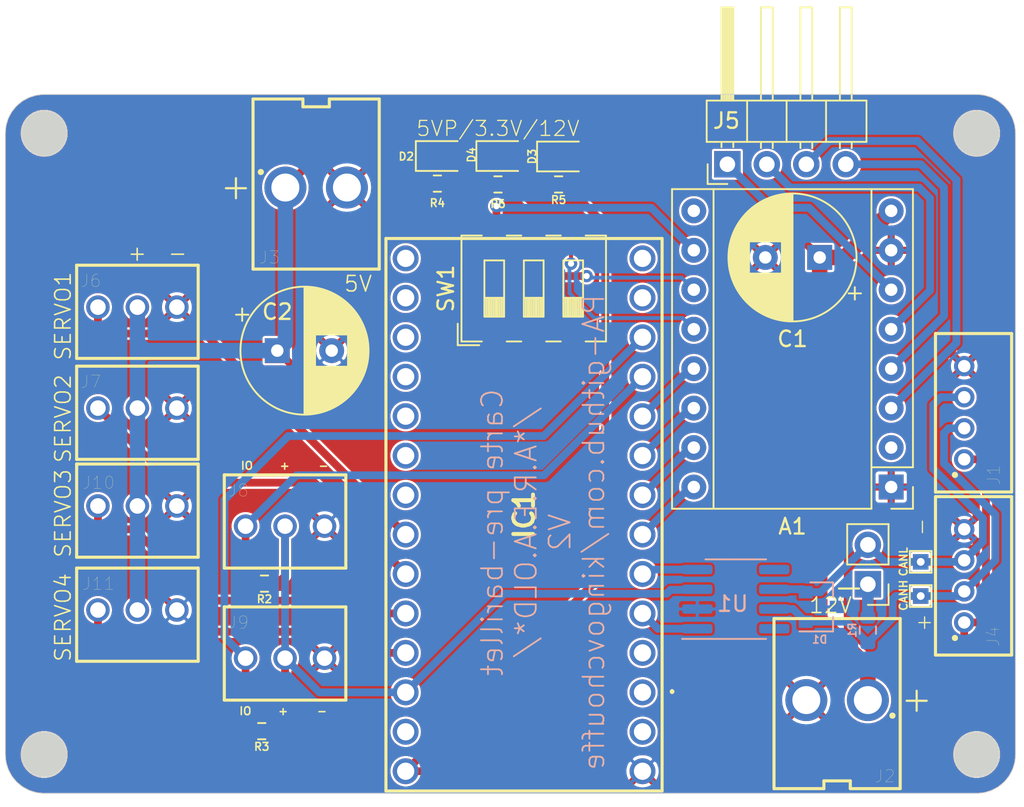
<source format=kicad_pcb>
(kicad_pcb (version 20171130) (host pcbnew "(5.1.6)-1")
  (layers (0 F.Cu signal) (31 B.Cu signal) (34 B.Paste user) (35 F.Paste user) (36 B.SilkS user) (37 F.SilkS user) (38 B.Mask user) (39 F.Mask user) (44 Edge.Cuts user))
  (net 0 "")
  (net 1 GND)
  (net 2 +5V)
  (net 3 "Net-(A1-Pad10)")
  (net 4 "Net-(A1-Pad3)")
  (net 5 "Net-(A1-Pad11)")
  (net 6 "Net-(A1-Pad4)")
  (net 7 "Net-(A1-Pad12)")
  (net 8 "Net-(A1-Pad5)")
  (net 9 RST)
  (net 10 "Net-(A1-Pad6)")
  (net 11 SLP)
  (net 12 STEP)
  (net 13 +12V)
  (net 14 DIR)
  (net 15 +5VP)
  (net 16 CANH)
  (net 17 CANL)
  (net 18 "Net-(D2-Pad1)")
  (net 19 "Net-(D3-Pad1)")
  (net 20 "Net-(D4-Pad1)")
  (net 21 +3V3)
  (net 22 SERVO4)
  (net 23 SERVO3)
  (net 24 SERVO2)
  (net 25 SERVO1)
  (net 26 FOURCHE2)
  (net 27 FOURCHE1)
  (net 28 CAN_RX)
  (net 29 CAN_TX)
  (net 30 "Net-(JP1-Pad1)")
  (module TestPoint:TestPoint_THTPad_1.0x1.0mm_Drill0.5mm (layer F.Cu) (at 174.9 114.8 90)
    (fp_text reference TP1)
    (fp_text value TestPoint)
    (pad 1 thru_hole rect (at 0 0 90) (size 1 1) (drill 0.5) (layers *.Cu *.Mask) (net 16 CANH))
  )
  (module TestPoint:TestPoint_THTPad_1.0x1.0mm_Drill0.5mm (layer F.Cu) (at 174.9 112.6 90)
    (fp_text reference TP2)
    (fp_text value TestPoint)
    (pad 1 thru_hole rect (at 0 0 90) (size 1 1) (drill 0.5) (layers *.Cu *.Mask) (net 17 CANL))
  )
  (module Module:Pololu_Breakout-16_15.2x20.3mm (layer F.Cu) (at 173 107.78 180)
    (fp_text reference A1 (at 6.35 -2.54) (layer F.SilkS))
    (fp_text value Pololu_Breakout_DRV8825)
    (pad 1 thru_hole rect (at 0 0 180) (size 1.6 1.6) (drill 0.8) (layers *.Cu *.Mask) (net 1 GND))
    (pad 9 thru_hole oval (at 12.7 17.78 180) (size 1.6 1.6) (drill 0.8) (layers *.Cu *.Mask))
    (pad 2 thru_hole oval (at 0 2.54 180) (size 1.6 1.6) (drill 0.8) (layers *.Cu *.Mask))
    (pad 10 thru_hole oval (at 12.7 15.24 180) (size 1.6 1.6) (drill 0.8) (layers *.Cu *.Mask) (net 3 "Net-(A1-Pad10)"))
    (pad 3 thru_hole oval (at 0 5.08 180) (size 1.6 1.6) (drill 0.8) (layers *.Cu *.Mask) (net 4 "Net-(A1-Pad3)"))
    (pad 11 thru_hole oval (at 12.7 12.7 180) (size 1.6 1.6) (drill 0.8) (layers *.Cu *.Mask) (net 5 "Net-(A1-Pad11)"))
    (pad 4 thru_hole oval (at 0 7.62 180) (size 1.6 1.6) (drill 0.8) (layers *.Cu *.Mask) (net 6 "Net-(A1-Pad4)"))
    (pad 12 thru_hole oval (at 12.7 10.16 180) (size 1.6 1.6) (drill 0.8) (layers *.Cu *.Mask) (net 7 "Net-(A1-Pad12)"))
    (pad 5 thru_hole oval (at 0 10.16 180) (size 1.6 1.6) (drill 0.8) (layers *.Cu *.Mask) (net 8 "Net-(A1-Pad5)"))
    (pad 13 thru_hole oval (at 12.7 7.62 180) (size 1.6 1.6) (drill 0.8) (layers *.Cu *.Mask) (net 9 RST))
    (pad 6 thru_hole oval (at 0 12.7 180) (size 1.6 1.6) (drill 0.8) (layers *.Cu *.Mask) (net 10 "Net-(A1-Pad6)"))
    (pad 14 thru_hole oval (at 12.7 5.08 180) (size 1.6 1.6) (drill 0.8) (layers *.Cu *.Mask) (net 11 SLP))
    (pad 7 thru_hole oval (at 0 15.24 180) (size 1.6 1.6) (drill 0.8) (layers *.Cu *.Mask) (net 1 GND))
    (pad 15 thru_hole oval (at 12.7 2.54 180) (size 1.6 1.6) (drill 0.8) (layers *.Cu *.Mask) (net 12 STEP))
    (pad 8 thru_hole oval (at 0 17.78 180) (size 1.6 1.6) (drill 0.8) (layers *.Cu *.Mask) (net 13 +12V))
    (pad 16 thru_hole oval (at 12.7 0 180) (size 1.6 1.6) (drill 0.8) (layers *.Cu *.Mask) (net 14 DIR))
  )
  (module Capacitor_THT:CP_Radial_D8.0mm_P3.50mm (layer F.Cu) (at 168.4 93 180)
    (fp_text reference C1 (at 1.75 -5.25) (layer F.SilkS))
    (fp_text value 100µF)
    (pad 2 thru_hole circle (at 3.5 0 180) (size 1.6 1.6) (drill 0.8) (layers *.Cu *.Mask) (net 1 GND))
    (pad 1 thru_hole rect (at 0 0 180) (size 1.6 1.6) (drill 0.8) (layers *.Cu *.Mask) (net 13 +12V))
  )
  (module Capacitor_THT:CP_Radial_D8.0mm_P3.50mm (layer F.Cu) (at 133.5 99)
    (fp_text reference C2 (at 0 -2.5) (layer F.SilkS))
    (fp_text value 100µF)
    (pad 1 thru_hole rect (at 0 0) (size 1.6 1.6) (drill 0.8) (layers *.Cu *.Mask) (net 15 +5VP))
    (pad 2 thru_hole circle (at 3.5 0) (size 1.6 1.6) (drill 0.8) (layers *.Cu *.Mask) (net 1 GND))
  )
  (module Package_TO_SOT_SMD:SOT-23 (layer B.Cu) (at 168.5 115.5)
    (fp_text reference D1 (at -0.1 2.1 180) (layer B.SilkS) (effects (font (size 0.5 0.5) (thickness 0.1)) (justify mirror)))
    (fp_text value D_TVS_x2_AAC)
    (pad 1 smd rect (at -1 0.95) (size 0.9 0.8) (layers B.Cu B.Paste B.Mask) (net 16 CANH))
    (pad 2 smd rect (at -1 -0.95) (size 0.9 0.8) (layers B.Cu B.Paste B.Mask) (net 17 CANL))
    (pad 3 smd rect (at 1 0) (size 0.9 0.8) (layers B.Cu B.Paste B.Mask) (net 1 GND))
  )
  (module LED_SMD:LED_0805_2012Metric (layer F.Cu) (at 144.1 86.470001)
    (fp_text reference D2 (at -2.3 0.029999) (layer F.SilkS) (effects (font (size 0.5 0.5) (thickness 0.1))))
    (fp_text value LED)
    (pad 1 smd roundrect (at -0.9375 0) (size 0.975 1.4) (layers F.Cu F.Paste F.Mask) (net 18 "Net-(D2-Pad1)"))
    (pad 2 smd roundrect (at 0.9375 0) (size 0.975 1.4) (layers F.Cu F.Paste F.Mask) (net 15 +5VP))
  )
  (module LED_SMD:LED_0805_2012Metric (layer F.Cu) (at 151.9 86.5)
    (fp_text reference D3 (at -2 0 90) (layer F.SilkS) (effects (font (size 0.5 0.5) (thickness 0.1))))
    (fp_text value LED)
    (pad 2 smd roundrect (at 0.9375 0) (size 0.975 1.4) (layers F.Cu F.Paste F.Mask) (net 13 +12V))
    (pad 1 smd roundrect (at -0.9375 0) (size 0.975 1.4) (layers F.Cu F.Paste F.Mask) (net 19 "Net-(D3-Pad1)"))
  )
  (module LED_SMD:LED_0805_2012Metric (layer F.Cu) (at 147.995001 86.470001)
    (fp_text reference D4 (at -1.995001 -0.070001 90) (layer F.SilkS) (effects (font (size 0.5 0.5) (thickness 0.1))))
    (fp_text value LED)
    (pad 1 smd roundrect (at -0.9375 0) (size 0.975 1.4) (layers F.Cu F.Paste F.Mask) (net 20 "Net-(D4-Pad1)"))
    (pad 2 smd roundrect (at 0.9375 0) (size 0.975 1.4) (layers F.Cu F.Paste F.Mask) (net 2 +5V))
  )
  (module AREA_lib_composant:TEENSY32 (layer F.Cu) (at 157 121 90)
    (fp_text reference IC1 (at 11.435 -7.62 90) (layer F.SilkS) (effects (font (size 1.27 1.27) (thickness 0.254))))
    (fp_text value TEENSY3.2 hide)
    (pad 37 thru_hole circle (at -2.54 0 90) (size 1.665 1.665) (drill 1.11) (layers *.Cu *.Mask))
    (pad 36 thru_hole circle (at -5.08 0 90) (size 1.665 1.665) (drill 1.11) (layers *.Cu *.Mask) (net 1 GND))
    (pad 26 thru_hole circle (at -5.08 -15.24 90) (size 1.665 1.665) (drill 1.11) (layers *.Cu *.Mask) (net 2 +5V))
    (pad 25 thru_hole circle (at -2.54 -15.24 90) (size 1.665 1.665) (drill 1.11) (layers *.Cu *.Mask))
    (pad 24 thru_hole circle (at 0 -15.24 90) (size 1.665 1.665) (drill 1.11) (layers *.Cu *.Mask) (net 21 +3V3))
    (pad 23 thru_hole circle (at 2.54 -15.24 90) (size 1.665 1.665) (drill 1.11) (layers *.Cu *.Mask) (net 22 SERVO4))
    (pad 22 thru_hole circle (at 5.08 -15.24 90) (size 1.665 1.665) (drill 1.11) (layers *.Cu *.Mask) (net 23 SERVO3))
    (pad 21 thru_hole circle (at 7.62 -15.24 90) (size 1.665 1.665) (drill 1.11) (layers *.Cu *.Mask) (net 24 SERVO2))
    (pad 20 thru_hole circle (at 10.16 -15.24 90) (size 1.665 1.665) (drill 1.11) (layers *.Cu *.Mask) (net 25 SERVO1))
    (pad 19 thru_hole circle (at 12.7 -15.24 90) (size 1.665 1.665) (drill 1.11) (layers *.Cu *.Mask))
    (pad 18 thru_hole circle (at 15.24 -15.24 90) (size 1.665 1.665) (drill 1.11) (layers *.Cu *.Mask))
    (pad 17 thru_hole circle (at 17.78 -15.24 90) (size 1.665 1.665) (drill 1.11) (layers *.Cu *.Mask))
    (pad 16 thru_hole circle (at 20.32 -15.24 90) (size 1.665 1.665) (drill 1.11) (layers *.Cu *.Mask))
    (pad 15 thru_hole circle (at 22.86 -15.24 90) (size 1.665 1.665) (drill 1.11) (layers *.Cu *.Mask))
    (pad 14 thru_hole circle (at 25.4 -15.24 90) (size 1.665 1.665) (drill 1.11) (layers *.Cu *.Mask))
    (pad 13 thru_hole circle (at 27.94 -15.24 90) (size 1.665 1.665) (drill 1.11) (layers *.Cu *.Mask))
    (pad 12 thru_hole circle (at 27.94 0 90) (size 1.665 1.665) (drill 1.11) (layers *.Cu *.Mask))
    (pad 11 thru_hole circle (at 25.4 0 90) (size 1.665 1.665) (drill 1.11) (layers *.Cu *.Mask))
    (pad 10 thru_hole circle (at 22.86 0 90) (size 1.665 1.665) (drill 1.11) (layers *.Cu *.Mask) (net 26 FOURCHE2))
    (pad 9 thru_hole circle (at 20.32 0 90) (size 1.665 1.665) (drill 1.11) (layers *.Cu *.Mask) (net 27 FOURCHE1))
    (pad 8 thru_hole circle (at 17.78 0 90) (size 1.665 1.665) (drill 1.11) (layers *.Cu *.Mask) (net 9 RST))
    (pad 7 thru_hole circle (at 15.24 0 90) (size 1.665 1.665) (drill 1.11) (layers *.Cu *.Mask) (net 11 SLP))
    (pad 6 thru_hole circle (at 12.7 0 90) (size 1.665 1.665) (drill 1.11) (layers *.Cu *.Mask) (net 12 STEP))
    (pad 5 thru_hole circle (at 10.16 0 90) (size 1.665 1.665) (drill 1.11) (layers *.Cu *.Mask) (net 14 DIR))
    (pad 4 thru_hole circle (at 7.62 0 90) (size 1.665 1.665) (drill 1.11) (layers *.Cu *.Mask) (net 28 CAN_RX))
    (pad 3 thru_hole circle (at 5.08 0 90) (size 1.665 1.665) (drill 1.11) (layers *.Cu *.Mask) (net 29 CAN_TX))
    (pad 2 thru_hole circle (at 2.54 0 90) (size 1.665 1.665) (drill 1.11) (layers *.Cu *.Mask))
    (pad 1 thru_hole circle (at 0 0 90) (size 1.665 1.665) (drill 1.11) (layers *.Cu *.Mask))
  )
  (module AREA_lib_Connector:Wuerth_2mm_4pin_62000411622 (layer F.Cu) (at 178.3 103 270)
    (fp_text reference J1 (at 4 -1.3 90) (layer F.SilkS) (effects (font (size 0.8 0.8) (thickness 0.015))))
    (fp_text value Conn_01x04_Male)
    (pad 1 thru_hole circle (at 3 0.6 270) (size 1.308 1.308) (drill 0.8) (layers *.Cu *.Mask) (net 2 +5V))
    (pad 2 thru_hole circle (at 1 0.6 270) (size 1.308 1.308) (drill 0.8) (layers *.Cu *.Mask) (net 16 CANH))
    (pad 3 thru_hole circle (at -1 0.6 270) (size 1.308 1.308) (drill 0.8) (layers *.Cu *.Mask) (net 17 CANL))
    (pad 4 thru_hole circle (at -3 0.6 270) (size 1.308 1.308) (drill 0.8) (layers *.Cu *.Mask) (net 1 GND))
  )
  (module AREA_lib_Connector:Wuerth_3.96mm_2pin_645002114822 (layer F.Cu) (at 169.52 122)
    (fp_text reference J2 (at 3.08 4.4) (layer F.SilkS) (effects (font (size 0.8 0.8) (thickness 0.015))))
    (fp_text value Conn_01x02_Male)
    (pad 1 thru_hole circle (at 1.98 -0.5) (size 2.7 2.7) (drill 1.8) (layers *.Cu *.Mask) (net 13 +12V))
    (pad 2 thru_hole circle (at -1.98 -0.5) (size 2.7 2.7) (drill 1.8) (layers *.Cu *.Mask) (net 1 GND))
  )
  (module AREA_lib_Connector:Wuerth_3.96mm_2pin_645002114822 (layer F.Cu) (at 136 88 180)
    (fp_text reference J3 (at 3 -5) (layer F.SilkS) (effects (font (size 0.8 0.8) (thickness 0.015))))
    (fp_text value Conn_01x02_Male)
    (pad 2 thru_hole circle (at -1.98 -0.5 180) (size 2.7 2.7) (drill 1.8) (layers *.Cu *.Mask) (net 1 GND))
    (pad 1 thru_hole circle (at 1.98 -0.5 180) (size 2.7 2.7) (drill 1.8) (layers *.Cu *.Mask) (net 15 +5VP))
  )
  (module AREA_lib_Connector:Wuerth_2mm_4pin_62000411622 (layer F.Cu) (at 178.3 113.5 270)
    (fp_text reference J4 (at 3.9 -1.258 90) (layer F.SilkS) (effects (font (size 0.8 0.8) (thickness 0.015))))
    (fp_text value Conn_01x04_Male)
    (pad 4 thru_hole circle (at -3 0.6 270) (size 1.308 1.308) (drill 0.8) (layers *.Cu *.Mask) (net 1 GND))
    (pad 3 thru_hole circle (at -1 0.6 270) (size 1.308 1.308) (drill 0.8) (layers *.Cu *.Mask) (net 17 CANL))
    (pad 2 thru_hole circle (at 1 0.6 270) (size 1.308 1.308) (drill 0.8) (layers *.Cu *.Mask) (net 16 CANH))
    (pad 1 thru_hole circle (at 3 0.6 270) (size 1.308 1.308) (drill 0.8) (layers *.Cu *.Mask) (net 2 +5V))
  )
  (module Connector_PinHeader_2.54mm:PinHeader_1x04_P2.54mm_Horizontal (layer F.Cu) (at 162.46 87 90)
    (fp_text reference J5 (at 2.8 -0.06 180) (layer F.SilkS))
    (fp_text value Conn_01x04_Male)
    (pad 1 thru_hole rect (at 0 0 90) (size 1.7 1.7) (drill 1) (layers *.Cu *.Mask) (net 10 "Net-(A1-Pad6)"))
    (pad 2 thru_hole oval (at 0 2.54 90) (size 1.7 1.7) (drill 1) (layers *.Cu *.Mask) (net 8 "Net-(A1-Pad5)"))
    (pad 3 thru_hole oval (at 0 5.08 90) (size 1.7 1.7) (drill 1) (layers *.Cu *.Mask) (net 4 "Net-(A1-Pad3)"))
    (pad 4 thru_hole oval (at 0 7.62 90) (size 1.7 1.7) (drill 1) (layers *.Cu *.Mask) (net 6 "Net-(A1-Pad4)"))
  )
  (module AREA_lib_Connector:Wuerth_2.54mm_3pins_61900311121 (layer F.Cu) (at 124.5 96.5)
    (fp_text reference J6 (at -3 -2) (layer F.SilkS) (effects (font (size 0.8 0.8) (thickness 0.015))))
    (fp_text value Conn_01x03_Male)
    (pad 1 thru_hole circle (at 2.54 -0.3) (size 1.508 1.508) (drill 1) (layers *.Cu *.Mask) (net 1 GND))
    (pad 2 thru_hole circle (at 0 -0.3) (size 1.508 1.508) (drill 1) (layers *.Cu *.Mask) (net 15 +5VP))
    (pad 3 thru_hole circle (at -2.54 -0.3) (size 1.508 1.508) (drill 1) (layers *.Cu *.Mask) (net 25 SERVO1))
  )
  (module AREA_lib_Connector:Wuerth_2.54mm_3pins_61900311121 (layer F.Cu) (at 124.5 103)
    (fp_text reference J7 (at -3 -2) (layer F.SilkS) (effects (font (size 0.8 0.8) (thickness 0.015))))
    (fp_text value Conn_01x03_Male)
    (pad 3 thru_hole circle (at -2.54 -0.3) (size 1.508 1.508) (drill 1) (layers *.Cu *.Mask) (net 24 SERVO2))
    (pad 2 thru_hole circle (at 0 -0.3) (size 1.508 1.508) (drill 1) (layers *.Cu *.Mask) (net 15 +5VP))
    (pad 1 thru_hole circle (at 2.54 -0.3) (size 1.508 1.508) (drill 1) (layers *.Cu *.Mask) (net 1 GND))
  )
  (module AREA_lib_Connector:Wuerth_2.54mm_3pins_61900311121 (layer F.Cu) (at 134 110 180)
    (fp_text reference J8 (at 3 2) (layer F.SilkS) (effects (font (size 0.8 0.8) (thickness 0.015))))
    (fp_text value Conn_01x03_Male)
    (pad 1 thru_hole circle (at 2.54 -0.3 180) (size 1.508 1.508) (drill 1) (layers *.Cu *.Mask) (net 27 FOURCHE1))
    (pad 2 thru_hole circle (at 0 -0.3 180) (size 1.508 1.508) (drill 1) (layers *.Cu *.Mask) (net 21 +3V3))
    (pad 3 thru_hole circle (at -2.54 -0.3 180) (size 1.508 1.508) (drill 1) (layers *.Cu *.Mask) (net 1 GND))
  )
  (module AREA_lib_Connector:Wuerth_2.54mm_3pins_61900311121 (layer F.Cu) (at 134 118.5 180)
    (fp_text reference J9 (at 3 2) (layer F.SilkS) (effects (font (size 0.8 0.8) (thickness 0.015))))
    (fp_text value Conn_01x03_Male)
    (pad 3 thru_hole circle (at -2.54 -0.3 180) (size 1.508 1.508) (drill 1) (layers *.Cu *.Mask) (net 1 GND))
    (pad 2 thru_hole circle (at 0 -0.3 180) (size 1.508 1.508) (drill 1) (layers *.Cu *.Mask) (net 21 +3V3))
    (pad 1 thru_hole circle (at 2.54 -0.3 180) (size 1.508 1.508) (drill 1) (layers *.Cu *.Mask) (net 26 FOURCHE2))
  )
  (module AREA_lib_Connector:Wuerth_2.54mm_3pins_61900311121 (layer F.Cu) (at 124.5 109.3)
    (fp_text reference J10 (at -2.5 -1.8) (layer F.SilkS) (effects (font (size 0.8 0.8) (thickness 0.015))))
    (fp_text value Conn_01x03_Male)
    (pad 3 thru_hole circle (at -2.54 -0.3) (size 1.508 1.508) (drill 1) (layers *.Cu *.Mask) (net 23 SERVO3))
    (pad 2 thru_hole circle (at 0 -0.3) (size 1.508 1.508) (drill 1) (layers *.Cu *.Mask) (net 15 +5VP))
    (pad 1 thru_hole circle (at 2.54 -0.3) (size 1.508 1.508) (drill 1) (layers *.Cu *.Mask) (net 1 GND))
  )
  (module AREA_lib_Connector:Wuerth_2.54mm_3pins_61900311121 (layer F.Cu) (at 124.5 116)
    (fp_text reference J11 (at -2.5 -2) (layer F.SilkS) (effects (font (size 0.8 0.8) (thickness 0.015))))
    (fp_text value Conn_01x03_Male)
    (pad 1 thru_hole circle (at 2.54 -0.3) (size 1.508 1.508) (drill 1) (layers *.Cu *.Mask) (net 1 GND))
    (pad 2 thru_hole circle (at 0 -0.3) (size 1.508 1.508) (drill 1) (layers *.Cu *.Mask) (net 15 +5VP))
    (pad 3 thru_hole circle (at -2.54 -0.3) (size 1.508 1.508) (drill 1) (layers *.Cu *.Mask) (net 22 SERVO4))
  )
  (module Connector_PinHeader_2.54mm:PinHeader_1x02_P2.54mm_Vertical (layer F.Cu) (at 171.5 114.04 180)
    (fp_text reference JP1)
    (fp_text value Jumper)
    (pad 1 thru_hole rect (at 0 0 180) (size 1.7 1.7) (drill 1) (layers *.Cu *.Mask) (net 30 "Net-(JP1-Pad1)"))
    (pad 2 thru_hole oval (at 0 2.54 180) (size 1.7 1.7) (drill 1) (layers *.Cu *.Mask) (net 17 CANL))
  )
  (module Resistor_SMD:R_0603_1608Metric (layer B.Cu) (at 171.5 117 270)
    (fp_text reference R1 (at 0 1 90) (layer B.SilkS) (effects (font (size 0.5 0.5) (thickness 0.1)) (justify mirror)))
    (fp_text value 120)
    (pad 2 smd roundrect (at 0.825 0 270) (size 0.8 0.95) (layers B.Cu B.Paste B.Mask) (net 16 CANH))
    (pad 1 smd roundrect (at -0.825 0 270) (size 0.8 0.95) (layers B.Cu B.Paste B.Mask) (net 30 "Net-(JP1-Pad1)"))
  )
  (module Resistor_SMD:R_0603_1608Metric (layer F.Cu) (at 132.675 114 180)
    (fp_text reference R2 (at 0 -1) (layer F.SilkS) (effects (font (size 0.5 0.5) (thickness 0.1))))
    (fp_text value 10K)
    (pad 2 smd roundrect (at 0.825 0 180) (size 0.8 0.95) (layers F.Cu F.Paste F.Mask) (net 27 FOURCHE1))
    (pad 1 smd roundrect (at -0.825 0 180) (size 0.8 0.95) (layers F.Cu F.Paste F.Mask) (net 21 +3V3))
  )
  (module Resistor_SMD:R_0603_1608Metric (layer F.Cu) (at 132.5 123.5 180)
    (fp_text reference R3 (at 0 -1) (layer F.SilkS) (effects (font (size 0.5 0.5) (thickness 0.1))))
    (fp_text value 10K)
    (pad 1 smd roundrect (at -0.825 0 180) (size 0.8 0.95) (layers F.Cu F.Paste F.Mask) (net 21 +3V3))
    (pad 2 smd roundrect (at 0.825 0 180) (size 0.8 0.95) (layers F.Cu F.Paste F.Mask) (net 26 FOURCHE2))
  )
  (module Resistor_SMD:R_0603_1608Metric (layer F.Cu) (at 143.8 88.245001)
    (fp_text reference R4 (at 0 1.254999) (layer F.SilkS) (effects (font (size 0.5 0.5) (thickness 0.1))))
    (fp_text value 520)
    (pad 1 smd roundrect (at -0.825 0) (size 0.8 0.95) (layers F.Cu F.Paste F.Mask) (net 18 "Net-(D2-Pad1)"))
    (pad 2 smd roundrect (at 0.825 0) (size 0.8 0.95) (layers F.Cu F.Paste F.Mask) (net 1 GND))
  )
  (module Resistor_SMD:R_0603_1608Metric (layer F.Cu) (at 151.6 88.3)
    (fp_text reference R5 (at 0 1) (layer F.SilkS) (effects (font (size 0.5 0.5) (thickness 0.1))))
    (fp_text value 520)
    (pad 2 smd roundrect (at 0.825 0) (size 0.8 0.95) (layers F.Cu F.Paste F.Mask) (net 1 GND))
    (pad 1 smd roundrect (at -0.825 0) (size 0.8 0.95) (layers F.Cu F.Paste F.Mask) (net 19 "Net-(D3-Pad1)"))
  )
  (module Resistor_SMD:R_0603_1608Metric (layer F.Cu) (at 147.7 88.3)
    (fp_text reference R6 (at 0 1.254999) (layer F.SilkS) (effects (font (size 0.5 0.5) (thickness 0.1))))
    (fp_text value 520)
    (pad 1 smd roundrect (at -0.825 0) (size 0.8 0.95) (layers F.Cu F.Paste F.Mask) (net 20 "Net-(D4-Pad1)"))
    (pad 2 smd roundrect (at 0.825 0) (size 0.8 0.95) (layers F.Cu F.Paste F.Mask) (net 1 GND))
  )
  (module Button_Switch_SMD:SW_DIP_SPSTx03_Slide_6.7x9.18mm_W6.73mm_P2.54mm_LowProfile_JPin (layer F.Cu) (at 150 95 90)
    (fp_text reference SW1 (at 0 -5.65 270) (layer F.SilkS))
    (fp_text value SW_DIP_x03)
    (pad 1 smd rect (at -3.365 -2.54 90) (size 2.16 1.12) (layers F.Cu F.Paste F.Mask) (net 15 +5VP))
    (pad 4 smd rect (at 3.365 2.54 90) (size 2.16 1.12) (layers F.Cu F.Paste F.Mask) (net 7 "Net-(A1-Pad12)"))
    (pad 2 smd rect (at -3.365 0 90) (size 2.16 1.12) (layers F.Cu F.Paste F.Mask) (net 15 +5VP))
    (pad 5 smd rect (at 3.365 0 90) (size 2.16 1.12) (layers F.Cu F.Paste F.Mask) (net 5 "Net-(A1-Pad11)"))
    (pad 3 smd rect (at -3.365 2.54 90) (size 2.16 1.12) (layers F.Cu F.Paste F.Mask) (net 15 +5VP))
    (pad 6 smd rect (at 3.365 -2.54 90) (size 2.16 1.12) (layers F.Cu F.Paste F.Mask) (net 3 "Net-(A1-Pad10)"))
  )
  (module Package_SO:SOIC-8_3.9x4.9mm_P1.27mm (layer B.Cu) (at 163 115)
    (fp_text reference U1 (at -0.2 0.3) (layer B.SilkS) (effects (justify mirror)))
    (fp_text value SN65HVD232)
    (pad 1 smd roundrect (at -2.475 1.905) (size 1.95 0.6) (layers B.Cu B.Paste B.Mask) (net 29 CAN_TX))
    (pad 2 smd roundrect (at -2.475 0.635) (size 1.95 0.6) (layers B.Cu B.Paste B.Mask) (net 1 GND))
    (pad 3 smd roundrect (at -2.475 -0.635) (size 1.95 0.6) (layers B.Cu B.Paste B.Mask) (net 21 +3V3))
    (pad 4 smd roundrect (at -2.475 -1.905) (size 1.95 0.6) (layers B.Cu B.Paste B.Mask) (net 28 CAN_RX))
    (pad 5 smd roundrect (at 2.475 -1.905) (size 1.95 0.6) (layers B.Cu B.Paste B.Mask))
    (pad 6 smd roundrect (at 2.475 -0.635) (size 1.95 0.6) (layers B.Cu B.Paste B.Mask) (net 17 CANL))
    (pad 7 smd roundrect (at 2.475 0.635) (size 1.95 0.6) (layers B.Cu B.Paste B.Mask) (net 16 CANH))
    (pad 8 smd roundrect (at 2.475 1.905) (size 1.95 0.6) (layers B.Cu B.Paste B.Mask))
  )
  (gr_text + (at 133.6 106.7) (layer F.SilkS) (effects (font (size 0.5 0.5) (thickness 0.1)) (justify left bottom)))
  (gr_text IO (at 131.1 106.7) (layer F.SilkS) (effects (font (size 0.5 0.5) (thickness 0.1)) (justify left bottom)))
  (gr_text - (at 136.1 106.7) (layer F.SilkS) (effects (font (size 0.5 0.5) (thickness 0.1)) (justify left bottom)))
  (gr_text - (at 126.4 93.3) (layer F.SilkS) (effects (font (size 1 1) (thickness 0.1)) (justify left bottom)))
  (gr_text + (at 123.8 93.3) (layer F.SilkS) (effects (font (size 1 1) (thickness 0.1)) (justify left bottom)))
  (gr_text SERVO4 (at 120.3 119.1 90) (layer F.SilkS) (effects (font (size 1 1) (thickness 0.1)) (justify left bottom)))
  (gr_text SERVO3 (at 120.3 112.4 90) (layer F.SilkS) (effects (font (size 1 1) (thickness 0.1)) (justify left bottom)))
  (gr_text SERVO2 (at 120.3 106.3 90) (layer F.SilkS) (effects (font (size 1 1) (thickness 0.1)) (justify left bottom)))
  (gr_text SERVO1 (at 120.3 99.7 90) (layer F.SilkS) (effects (font (size 1 1) (thickness 0.1)) (justify left bottom)))
  (gr_text + (at 129.7 89.4) (layer F.SilkS) (effects (font (size 1.6891 1.6891) (thickness 0.14224)) (justify left bottom)))
  (gr_text 5V (at 138.7 94.7) (layer F.SilkS) (effects (font (size 1 1) (thickness 0.1))))
  (gr_text 12V (at 169.1 115.4) (layer F.SilkS) (effects (font (size 1 1) (thickness 0.1))))
  (gr_circle (center 118.5011 85.0036) (end 119.2511 85.0036) (layer Edge.Cuts) (width 1.5))
  (gr_circle (center 178.5011 125.0036) (end 179.2511 125.0036) (layer Edge.Cuts) (width 1.5))
  (gr_circle (center 178.5011 85.0036) (end 179.2511 85.0036) (layer Edge.Cuts) (width 1.5))
  (gr_circle (center 118.5011 125.0036) (end 119.2511 125.0036) (layer Edge.Cuts) (width 1.5))
  (gr_line (start 178.5011 82.5036) (end 118.5011 82.5036) (layer Edge.Cuts) (width 0.05))
  (gr_arc (start 118.5011 85.0036) (end 118.5011 82.5036) (angle -90) (layer Edge.Cuts) (width 0.05))
  (gr_line (start 116.0011 85.0036) (end 116.0011 125.0036) (layer Edge.Cuts) (width 0.05))
  (gr_arc (start 118.5011 125.0036) (end 116.0011 125.0036) (angle -90) (layer Edge.Cuts) (width 0.05))
  (gr_line (start 118.5011 127.5036) (end 178.5011 127.5036) (layer Edge.Cuts) (width 0.05))
  (gr_arc (start 178.5011 125.0036) (end 178.5011 127.5036) (angle -90) (layer Edge.Cuts) (width 0.05))
  (gr_line (start 181.0011 125.0036) (end 181.0011 85.0036) (layer Edge.Cuts) (width 0.05))
  (gr_arc (start 178.5011 85.0036) (end 181.0011 85.0036) (angle -90) (layer Edge.Cuts) (width 0.05))
  (gr_text + (at 174.5 117) (layer F.SilkS) (effects (font (size 0.9652 0.9652) (thickness 0.08128)) (justify left bottom)))
  (gr_text - (at 175.5 111 90) (layer F.SilkS) (effects (font (size 0.9652 0.9652) (thickness 0.08128)) (justify left bottom)))
  (gr_text CANH (at 173.5 113.7 90) (layer F.SilkS) (effects (font (size 0.5 0.5) (thickness 0.1)) (justify right top)))
  (gr_text CANL (at 173.5 111.6 90) (layer F.SilkS) (effects (font (size 0.5 0.5) (thickness 0.1)) (justify right top)))
  (gr_text + (at 173.5 122.4) (layer F.SilkS) (effects (font (size 1.6891 1.6891) (thickness 0.14224)) (justify left bottom)))
  (gr_text - (at 169.1459 115.1738) (layer F.SilkS) (effects (font (size 1.6891 1.6891) (thickness 0.14224)) (justify left bottom)))
  (gr_text - (at 136 122.5) (layer F.SilkS) (effects (font (size 0.5 0.5) (thickness 0.1)) (justify left bottom)))
  (gr_text + (at 133.5 122.5) (layer F.SilkS) (effects (font (size 0.5 0.5) (thickness 0.1)) (justify left bottom)))
  (gr_text IO (at 131 122.5) (layer F.SilkS) (effects (font (size 0.5 0.5) (thickness 0.1)) (justify left bottom)))
  (gr_text "Carte pre-barillet\n/*A.R.E.A.OLD*/\nV2\nPA-github.com/kingovchouffe" (at 150.6 110.7 90) (layer B.SilkS) (effects (font (size 1.35128 1.35128) (thickness 0.113792)) (justify mirror)))
  (gr_text 5VP/3.3V/12V (at 147.7 84.7) (layer F.SilkS) (effects (font (size 0.9652 0.9652) (thickness 0.08128))))
  (segment (start 149.6 87.1375) (end 148.932501 86.470001) (width 0.5) (layer F.Cu) (net 2))
  (segment (start 149.6 89.2) (end 149.6 87.1375) (width 0.5) (layer F.Cu) (net 2))
  (segment (start 153.1 89.4) (end 149.8 89.4) (width 0.5) (layer F.Cu) (net 2))
  (segment (start 154.6 90.9) (end 153.1 89.4) (width 0.5) (layer F.Cu) (net 2))
  (segment (start 154.6 113.24) (end 154.6 90.9) (width 0.5) (layer F.Cu) (net 2))
  (segment (start 149.8 89.4) (end 149.6 89.2) (width 0.5) (layer F.Cu) (net 2))
  (segment (start 141.76 126.08) (end 154.6 113.24) (width 0.5) (layer F.Cu) (net 2))
  (segment (start 144.52 126.08) (end 141.76 126.08) (width 0.5) (layer F.Cu) (net 2))
  (segment (start 145.8 124.8) (end 144.52 126.08) (width 0.5) (layer F.Cu) (net 2))
  (segment (start 172.8 124.8) (end 145.8 124.8) (width 0.5) (layer F.Cu) (net 2))
  (segment (start 177.7 116.5) (end 177.7 119.9) (width 0.5) (layer F.Cu) (net 2))
  (segment (start 177.7 119.9) (end 172.8 124.8) (width 0.5) (layer F.Cu) (net 2))
  (segment (start 178.775 116.5) (end 177.7 116.5) (width 0.5) (layer F.Cu) (net 2))
  (segment (start 179.1 106.35) (end 179.1 116.175) (width 0.5) (layer F.Cu) (net 2))
  (segment (start 179.1 116.175) (end 178.775 116.5) (width 0.5) (layer F.Cu) (net 2))
  (segment (start 177.7 106) (end 178.75 106) (width 0.5) (layer F.Cu) (net 2))
  (segment (start 178.75 106) (end 179.1 106.35) (width 0.5) (layer F.Cu) (net 2))
  (segment (start 160.3 92.54) (end 157.56 89.8) (width 0.5) (layer B.Cu) (net 3))
  (segment (start 157.56 89.8) (end 147.7 89.8) (width 0.5) (layer B.Cu) (net 3))
  (via (at 147.6 89.7) (size 0.8) (drill 0.4) (layers F.Cu B.Cu) (net 3))
  (segment (start 147.7 89.8) (end 147.6 89.7) (width 0.5) (layer B.Cu) (net 3))
  (segment (start 147.6 91.495) (end 147.46 91.635) (width 0.5) (layer F.Cu) (net 3))
  (segment (start 147.6 89.7) (end 147.6 91.495) (width 0.5) (layer F.Cu) (net 3))
  (segment (start 177.2 88) (end 174.7 85.5) (width 0.5) (layer B.Cu) (net 4))
  (segment (start 174.7 85.5) (end 169.04 85.5) (width 0.5) (layer B.Cu) (net 4))
  (segment (start 173 102.7) (end 177.2 98.5) (width 0.5) (layer B.Cu) (net 4))
  (segment (start 169.04 85.5) (end 167.54 87) (width 0.5) (layer B.Cu) (net 4))
  (segment (start 177.2 98.5) (end 177.2 88) (width 0.5) (layer B.Cu) (net 4))
  (segment (start 150 91.635) (end 150 93.5) (width 0.5) (layer F.Cu) (net 5))
  (via (at 153.4 94.199996) (size 0.8) (drill 0.4) (layers F.Cu B.Cu) (net 5))
  (segment (start 150.699996 94.199996) (end 153.4 94.199996) (width 0.5) (layer F.Cu) (net 5))
  (segment (start 150 93.5) (end 150.699996 94.199996) (width 0.5) (layer F.Cu) (net 5))
  (segment (start 153.500004 94.3) (end 153.4 94.199996) (width 0.25) (layer B.Cu) (net 5))
  (segment (start 160.3 95.08) (end 159.52 94.3) (width 0.25) (layer B.Cu) (net 5))
  (segment (start 159.52 94.3) (end 153.500004 94.3) (width 0.25) (layer B.Cu) (net 5))
  (segment (start 174.9 87) (end 170.08 87) (width 0.5) (layer B.Cu) (net 6))
  (segment (start 176.4 88.5) (end 174.9 87) (width 0.5) (layer B.Cu) (net 6))
  (segment (start 176.4 96.76) (end 176.4 88.5) (width 0.5) (layer B.Cu) (net 6))
  (segment (start 173 100.16) (end 176.4 96.76) (width 0.5) (layer B.Cu) (net 6))
  (via (at 152.4 93.399996) (size 0.8) (drill 0.4) (layers F.Cu B.Cu) (net 7))
  (segment (start 152.4 91.775) (end 152.54 91.635) (width 0.25) (layer F.Cu) (net 7))
  (segment (start 152.4 93.399996) (end 152.4 91.775) (width 0.25) (layer F.Cu) (net 7))
  (segment (start 152.3 93.499996) (end 152.4 93.399996) (width 0.25) (layer B.Cu) (net 7))
  (segment (start 153.9 96.9) (end 152.3 95.3) (width 0.25) (layer B.Cu) (net 7))
  (segment (start 160.3 97.62) (end 159.58 96.9) (width 0.25) (layer B.Cu) (net 7))
  (segment (start 152.3 95.3) (end 152.3 93.499996) (width 0.25) (layer B.Cu) (net 7))
  (segment (start 159.58 96.9) (end 153.9 96.9) (width 0.25) (layer B.Cu) (net 7))
  (segment (start 174.8 88.5) (end 175.5 89.2) (width 0.5) (layer B.Cu) (net 8))
  (segment (start 165 87) (end 166.5 88.5) (width 0.5) (layer B.Cu) (net 8))
  (segment (start 175.5 95.12) (end 173 97.62) (width 0.5) (layer B.Cu) (net 8))
  (segment (start 175.5 89.2) (end 175.5 95.12) (width 0.5) (layer B.Cu) (net 8))
  (segment (start 166.5 88.5) (end 174.8 88.5) (width 0.5) (layer B.Cu) (net 8))
  (segment (start 160.06 100.16) (end 157 103.22) (width 0.5) (layer B.Cu) (net 9))
  (segment (start 160.3 100.16) (end 160.06 100.16) (width 0.5) (layer B.Cu) (net 9))
  (segment (start 173 95.08) (end 167.72 89.8) (width 0.5) (layer B.Cu) (net 10))
  (segment (start 165.26 89.8) (end 162.46 87) (width 0.5) (layer B.Cu) (net 10))
  (segment (start 167.72 89.8) (end 165.26 89.8) (width 0.5) (layer B.Cu) (net 10))
  (segment (start 160.06 102.7) (end 157 105.76) (width 0.5) (layer B.Cu) (net 11))
  (segment (start 160.3 102.7) (end 160.06 102.7) (width 0.5) (layer B.Cu) (net 11))
  (segment (start 160.06 105.24) (end 157 108.3) (width 0.5) (layer B.Cu) (net 12))
  (segment (start 160.3 105.24) (end 160.06 105.24) (width 0.5) (layer B.Cu) (net 12))
  (segment (start 170 93) (end 173 90) (width 1) (layer F.Cu) (net 13))
  (segment (start 168.4 93) (end 170 93) (width 1) (layer F.Cu) (net 13))
  (segment (start 166.3 90.9) (end 168.4 93) (width 0.5) (layer F.Cu) (net 13))
  (segment (start 159.4 86.5) (end 163.8 90.9) (width 0.5) (layer F.Cu) (net 13))
  (segment (start 163.8 90.9) (end 166.3 90.9) (width 0.5) (layer F.Cu) (net 13))
  (segment (start 152.8375 86.5) (end 159.4 86.5) (width 0.5) (layer F.Cu) (net 13))
  (segment (start 168.4 94.9) (end 168.4 93) (width 1) (layer F.Cu) (net 13))
  (segment (start 168.4 116.3) (end 168.4 94.9) (width 1) (layer F.Cu) (net 13))
  (segment (start 171.5 121.5) (end 171.5 119.4) (width 1) (layer F.Cu) (net 13))
  (segment (start 171.5 119.4) (end 168.4 116.3) (width 1) (layer F.Cu) (net 13))
  (segment (start 160.06 107.78) (end 157 110.84) (width 0.5) (layer B.Cu) (net 14))
  (segment (start 160.3 107.78) (end 160.06 107.78) (width 0.5) (layer B.Cu) (net 14))
  (segment (start 134.02 98.48) (end 133.5 99) (width 1) (layer B.Cu) (net 15))
  (segment (start 134.02 88.5) (end 134.02 98.48) (width 1) (layer B.Cu) (net 15))
  (segment (start 133.5 99) (end 125 99) (width 1) (layer B.Cu) (net 15))
  (segment (start 124.5 99.5) (end 124.5 115.7) (width 1) (layer B.Cu) (net 15))
  (segment (start 125 99) (end 124.5 98.5) (width 1) (layer B.Cu) (net 15))
  (segment (start 124.5 98.5) (end 124.5 99.5) (width 1) (layer B.Cu) (net 15))
  (segment (start 124.5 96.2) (end 124.5 98.5) (width 1) (layer B.Cu) (net 15))
  (segment (start 125 99) (end 124.5 99.5) (width 1) (layer B.Cu) (net 15))
  (segment (start 152.54 98.365) (end 150.068038 98.365) (width 0.5) (layer F.Cu) (net 15))
  (segment (start 150 98.365) (end 147.46 98.365) (width 0.5) (layer F.Cu) (net 15))
  (segment (start 137.42 85.1) (end 134.02 88.5) (width 0.5) (layer F.Cu) (net 15))
  (segment (start 144.75 85.1) (end 137.42 85.1) (width 0.5) (layer F.Cu) (net 15))
  (segment (start 145.0375 86.470001) (end 145.0375 85.3875) (width 0.5) (layer F.Cu) (net 15))
  (segment (start 145.0375 85.3875) (end 144.75 85.1) (width 0.5) (layer F.Cu) (net 15))
  (segment (start 147.195 98.1) (end 147.46 98.365) (width 0.5) (layer F.Cu) (net 15))
  (segment (start 145.2 98.1) (end 147.195 98.1) (width 0.5) (layer F.Cu) (net 15))
  (segment (start 134.9 100.4) (end 139.3 100.4) (width 0.5) (layer F.Cu) (net 15))
  (segment (start 143.9 99.4) (end 145.2 98.1) (width 0.5) (layer F.Cu) (net 15))
  (segment (start 133.5 99) (end 134.9 100.4) (width 0.5) (layer F.Cu) (net 15))
  (segment (start 139.3 100.4) (end 140.3 99.4) (width 0.5) (layer F.Cu) (net 15))
  (segment (start 140.3 99.4) (end 143.9 99.4) (width 0.5) (layer F.Cu) (net 15))
  (segment (start 166.685 115.635) (end 167.5 116.45) (width 0.5) (layer B.Cu) (net 16))
  (segment (start 165.475 115.635) (end 166.685 115.635) (width 0.5) (layer B.Cu) (net 16))
  (segment (start 170.125 116.45) (end 171.5 117.825) (width 0.5) (layer B.Cu) (net 16))
  (segment (start 167.5 116.45) (end 170.125 116.45) (width 0.5) (layer B.Cu) (net 16))
  (segment (start 171.5 117.825) (end 173.1 116.225) (width 0.5) (layer B.Cu) (net 16))
  (segment (start 173.1 116.225) (end 173.1 115) (width 0.5) (layer B.Cu) (net 16))
  (segment (start 173.3 114.8) (end 174.9 114.8) (width 0.5) (layer B.Cu) (net 16))
  (segment (start 173.1 115) (end 173.3 114.8) (width 0.5) (layer B.Cu) (net 16))
  (segment (start 177.4 114.8) (end 177.7 114.5) (width 0.5) (layer B.Cu) (net 16))
  (segment (start 174.9 114.8) (end 177.4 114.8) (width 0.5) (layer B.Cu) (net 16))
  (segment (start 176.7 104) (end 177.7 104) (width 0.5) (layer B.Cu) (net 16))
  (segment (start 177.7 114.5) (end 179.7 112.5) (width 0.5) (layer B.Cu) (net 16))
  (segment (start 179.7 112.5) (end 179.7 109.559922) (width 0.5) (layer B.Cu) (net 16))
  (segment (start 179.7 109.559922) (end 176.4 106.259922) (width 0.5) (layer B.Cu) (net 16))
  (segment (start 176.4 106.259922) (end 176.4 104.3) (width 0.5) (layer B.Cu) (net 16))
  (segment (start 176.4 104.3) (end 176.7 104) (width 0.5) (layer B.Cu) (net 16))
  (segment (start 167.315 114.365) (end 167.5 114.55) (width 0.5) (layer B.Cu) (net 17))
  (segment (start 165.475 114.365) (end 167.315 114.365) (width 0.5) (layer B.Cu) (net 17))
  (segment (start 168.45 114.55) (end 171.5 111.5) (width 0.5) (layer B.Cu) (net 17))
  (segment (start 167.5 114.55) (end 168.45 114.55) (width 0.5) (layer B.Cu) (net 17))
  (segment (start 171.5 111.5) (end 172.6 112.6) (width 0.5) (layer B.Cu) (net 17))
  (segment (start 172.6 112.6) (end 174.9 112.6) (width 0.5) (layer B.Cu) (net 17))
  (segment (start 177.6 112.6) (end 177.7 112.5) (width 0.5) (layer B.Cu) (net 17))
  (segment (start 174.9 112.6) (end 177.6 112.6) (width 0.5) (layer B.Cu) (net 17))
  (segment (start 176.2 102) (end 177.7 102) (width 0.5) (layer B.Cu) (net 17))
  (segment (start 178.9 111.3) (end 178.9 109.8) (width 0.5) (layer B.Cu) (net 17))
  (segment (start 177.7 112.5) (end 178.9 111.3) (width 0.5) (layer B.Cu) (net 17))
  (segment (start 175.7 102.5) (end 176.2 102) (width 0.5) (layer B.Cu) (net 17))
  (segment (start 178.9 109.8) (end 175.7 106.6) (width 0.5) (layer B.Cu) (net 17))
  (segment (start 175.7 106.6) (end 175.7 102.5) (width 0.5) (layer B.Cu) (net 17))
  (segment (start 143.1625 88.057501) (end 142.975 88.245001) (width 0.5) (layer F.Cu) (net 18))
  (segment (start 143.1625 86.470001) (end 143.1625 88.057501) (width 0.5) (layer F.Cu) (net 18))
  (segment (start 150.9625 88.1125) (end 150.775 88.3) (width 0.5) (layer F.Cu) (net 19))
  (segment (start 150.9625 86.5) (end 150.9625 88.1125) (width 0.5) (layer F.Cu) (net 19))
  (segment (start 147.057501 88.117499) (end 146.875 88.3) (width 0.5) (layer F.Cu) (net 20))
  (segment (start 147.057501 86.470001) (end 147.057501 88.117499) (width 0.5) (layer F.Cu) (net 20))
  (segment (start 134 113.5) (end 133.5 114) (width 0.5) (layer F.Cu) (net 21))
  (segment (start 134 110.3) (end 134 113.5) (width 0.5) (layer F.Cu) (net 21))
  (segment (start 134 122.825) (end 133.325 123.5) (width 0.5) (layer F.Cu) (net 21))
  (segment (start 134 118.8) (end 134 122.825) (width 0.5) (layer F.Cu) (net 21))
  (segment (start 136.2 121) (end 134 118.8) (width 0.5) (layer B.Cu) (net 21))
  (segment (start 141.76 121) (end 136.2 121) (width 0.5) (layer B.Cu) (net 21))
  (segment (start 134 110.3) (end 134 118.8) (width 0.5) (layer B.Cu) (net 21))
  (segment (start 160.49 114.4) (end 160.525 114.365) (width 0.5) (layer B.Cu) (net 21))
  (segment (start 158.55 114.65) (end 158.8 114.4) (width 0.5) (layer B.Cu) (net 21))
  (segment (start 158.8 114.4) (end 160.49 114.4) (width 0.5) (layer B.Cu) (net 21))
  (segment (start 141.76 121) (end 148.11 114.65) (width 0.5) (layer B.Cu) (net 21))
  (segment (start 148.11 114.65) (end 158.55 114.65) (width 0.5) (layer B.Cu) (net 21))
  (segment (start 138.9 117.1) (end 140.26 118.46) (width 0.5) (layer F.Cu) (net 22))
  (segment (start 122.3 117.1) (end 138.9 117.1) (width 0.5) (layer F.Cu) (net 22))
  (segment (start 121.96 115.7) (end 121.96 116.76) (width 0.5) (layer F.Cu) (net 22))
  (segment (start 140.26 118.46) (end 141.76 118.46) (width 0.5) (layer F.Cu) (net 22))
  (segment (start 121.96 116.76) (end 122.3 117.1) (width 0.5) (layer F.Cu) (net 22))
  (segment (start 121.96 110.16) (end 121.96 109) (width 0.5) (layer F.Cu) (net 23))
  (segment (start 122.3 110.5) (end 121.96 110.16) (width 0.5) (layer F.Cu) (net 23))
  (segment (start 124.292078 110.5) (end 122.3 110.5) (width 0.5) (layer F.Cu) (net 23))
  (segment (start 139.5 115.1) (end 128.892078 115.1) (width 0.5) (layer F.Cu) (net 23))
  (segment (start 140.32 115.92) (end 139.5 115.1) (width 0.5) (layer F.Cu) (net 23))
  (segment (start 128.892078 115.1) (end 124.292078 110.5) (width 0.5) (layer F.Cu) (net 23))
  (segment (start 141.76 115.92) (end 140.32 115.92) (width 0.5) (layer F.Cu) (net 23))
  (segment (start 126.76 107.5) (end 121.96 102.7) (width 0.5) (layer F.Cu) (net 24))
  (segment (start 135.9 107.5) (end 126.76 107.5) (width 0.5) (layer F.Cu) (net 24))
  (segment (start 141.76 113.36) (end 135.9 107.5) (width 0.5) (layer F.Cu) (net 24))
  (segment (start 141.76 113.38) (end 141.76 113.36) (width 0.5) (layer F.Cu) (net 24))
  (segment (start 128.82 97.9) (end 141.76 110.84) (width 0.5) (layer F.Cu) (net 25))
  (segment (start 122.4 97.9) (end 128.82 97.9) (width 0.5) (layer F.Cu) (net 25))
  (segment (start 121.96 96.2) (end 121.96 97.46) (width 0.5) (layer F.Cu) (net 25))
  (segment (start 121.96 97.46) (end 122.4 97.9) (width 0.5) (layer F.Cu) (net 25))
  (segment (start 131.46 123.285) (end 131.675 123.5) (width 0.5) (layer F.Cu) (net 26))
  (segment (start 131.46 118.8) (end 131.46 123.285) (width 0.5) (layer F.Cu) (net 26))
  (segment (start 130.1 117.44) (end 131.46 118.8) (width 0.5) (layer B.Cu) (net 26))
  (segment (start 134.2 104.5) (end 130.1 108.6) (width 0.5) (layer B.Cu) (net 26))
  (segment (start 130.1 108.6) (end 130.1 117.44) (width 0.5) (layer B.Cu) (net 26))
  (segment (start 157 98.14) (end 150.64 104.5) (width 0.5) (layer B.Cu) (net 26))
  (segment (start 150.64 104.5) (end 134.2 104.5) (width 0.5) (layer B.Cu) (net 26))
  (segment (start 131.46 113.61) (end 131.85 114) (width 0.5) (layer F.Cu) (net 27))
  (segment (start 131.46 110.3) (end 131.46 113.61) (width 0.5) (layer F.Cu) (net 27))
  (segment (start 150.655 107.025) (end 156.2 101.48) (width 0.5) (layer B.Cu) (net 27))
  (segment (start 156.2 101.48) (end 157 100.68) (width 0.5) (layer B.Cu) (net 27))
  (segment (start 131.46 110.3) (end 134.735 107.025) (width 0.5) (layer B.Cu) (net 27))
  (segment (start 134.735 107.025) (end 150.655 107.025) (width 0.5) (layer B.Cu) (net 27))
  (segment (start 157 113.38) (end 157.02 113.38) (width 0.5) (layer B.Cu) (net 28))
  (segment (start 157.305 113.095) (end 160.525 113.095) (width 0.5) (layer B.Cu) (net 28))
  (segment (start 157.02 113.38) (end 157.305 113.095) (width 0.5) (layer B.Cu) (net 28))
  (segment (start 157.985 116.905) (end 160.525 116.905) (width 0.5) (layer B.Cu) (net 29))
  (segment (start 157 115.92) (end 157.985 116.905) (width 0.5) (layer B.Cu) (net 29))
  (segment (start 171.5 116.175) (end 171.5 114.04) (width 0.75) (layer B.Cu) (net 30))
  (zone (net 1) (net_name GND) (layer B.Cu) (priority 6) (connect_pads (clearance 0.000001)) (min_thickness 0.0762) (fill yes (arc_segments 32) (thermal_gap 0.2024) (thermal_bridge_width 0.2024))
    (polygon (pts (xy 181.4061 127.59885) (xy 115.836163 127.59885) (xy 115.836163 82.50115) (xy 181.4061 82.50115)))
  )
  (zone (net 1) (net_name GND) (layer F.Cu) (priority 6) (connect_pads (clearance 0.000001)) (min_thickness 0.2032) (fill yes (arc_segments 32) (thermal_gap 0.4564) (thermal_bridge_width 0.4564))
    (polygon (pts (xy 181.5585 127.7957) (xy 115.6582 127.7957) (xy 115.6582 82.4313) (xy 181.5585 82.4313)))
  )
)
</source>
